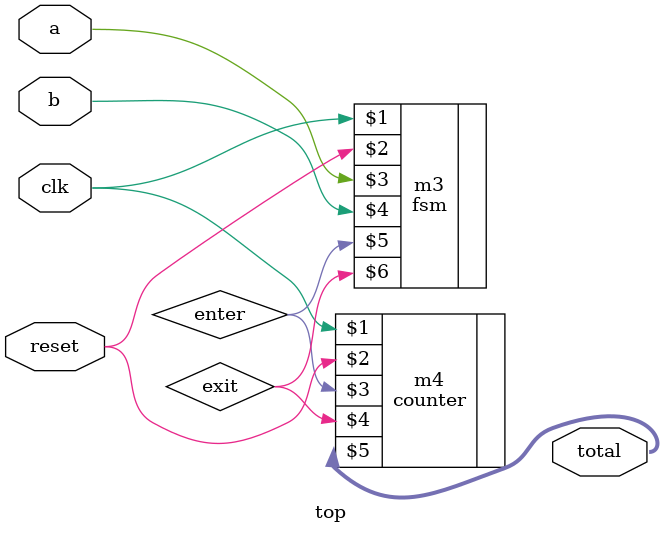
<source format=v>
`timescale 1ns / 1ps


module top(
    input clk, reset, a, b,
    output [3:0] total 
    );
    
    wire enter, exit;
    
    fsm m3(clk, reset, a,b, enter, exit);
    counter m4(clk, reset, enter, exit, total);
    
    
endmodule

</source>
